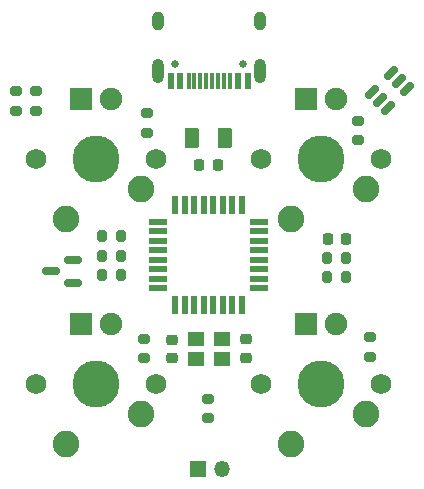
<source format=gbs>
G04 #@! TF.GenerationSoftware,KiCad,Pcbnew,(6.0.0)*
G04 #@! TF.CreationDate,2022-01-14T23:04:14+01:00*
G04 #@! TF.ProjectId,pos,706f732e-6b69-4636-9164-5f7063625858,rev?*
G04 #@! TF.SameCoordinates,Original*
G04 #@! TF.FileFunction,Soldermask,Bot*
G04 #@! TF.FilePolarity,Negative*
%FSLAX46Y46*%
G04 Gerber Fmt 4.6, Leading zero omitted, Abs format (unit mm)*
G04 Created by KiCad (PCBNEW (6.0.0)) date 2022-01-14 23:04:14*
%MOMM*%
%LPD*%
G01*
G04 APERTURE LIST*
G04 Aperture macros list*
%AMRoundRect*
0 Rectangle with rounded corners*
0 $1 Rounding radius*
0 $2 $3 $4 $5 $6 $7 $8 $9 X,Y pos of 4 corners*
0 Add a 4 corners polygon primitive as box body*
4,1,4,$2,$3,$4,$5,$6,$7,$8,$9,$2,$3,0*
0 Add four circle primitives for the rounded corners*
1,1,$1+$1,$2,$3*
1,1,$1+$1,$4,$5*
1,1,$1+$1,$6,$7*
1,1,$1+$1,$8,$9*
0 Add four rect primitives between the rounded corners*
20,1,$1+$1,$2,$3,$4,$5,0*
20,1,$1+$1,$4,$5,$6,$7,0*
20,1,$1+$1,$6,$7,$8,$9,0*
20,1,$1+$1,$8,$9,$2,$3,0*%
G04 Aperture macros list end*
%ADD10R,1.350000X1.350000*%
%ADD11O,1.350000X1.350000*%
%ADD12C,1.750000*%
%ADD13C,3.987800*%
%ADD14C,2.250000*%
%ADD15C,1.905000*%
%ADD16R,1.905000X1.905000*%
%ADD17RoundRect,0.225000X0.225000X0.250000X-0.225000X0.250000X-0.225000X-0.250000X0.225000X-0.250000X0*%
%ADD18RoundRect,0.225000X-0.225000X-0.250000X0.225000X-0.250000X0.225000X0.250000X-0.225000X0.250000X0*%
%ADD19RoundRect,0.250000X0.375000X0.625000X-0.375000X0.625000X-0.375000X-0.625000X0.375000X-0.625000X0*%
%ADD20RoundRect,0.200000X0.275000X-0.200000X0.275000X0.200000X-0.275000X0.200000X-0.275000X-0.200000X0*%
%ADD21RoundRect,0.200000X0.200000X0.275000X-0.200000X0.275000X-0.200000X-0.275000X0.200000X-0.275000X0*%
%ADD22RoundRect,0.200000X-0.200000X-0.275000X0.200000X-0.275000X0.200000X0.275000X-0.200000X0.275000X0*%
%ADD23R,0.550000X1.600000*%
%ADD24R,1.600000X0.550000*%
%ADD25RoundRect,0.150000X-0.256326X-0.468458X0.468458X0.256326X0.256326X0.468458X-0.468458X-0.256326X0*%
%ADD26C,0.650000*%
%ADD27R,0.600000X1.450000*%
%ADD28R,0.300000X1.450000*%
%ADD29O,1.000000X1.600000*%
%ADD30O,1.000000X2.100000*%
%ADD31RoundRect,0.150000X0.587500X0.150000X-0.587500X0.150000X-0.587500X-0.150000X0.587500X-0.150000X0*%
%ADD32RoundRect,0.225000X-0.250000X0.225000X-0.250000X-0.225000X0.250000X-0.225000X0.250000X0.225000X0*%
%ADD33RoundRect,0.225000X0.250000X-0.225000X0.250000X0.225000X-0.250000X0.225000X-0.250000X-0.225000X0*%
%ADD34R,1.400000X1.200000*%
G04 APERTURE END LIST*
D10*
X143573500Y-120713500D03*
D11*
X145573500Y-120713500D03*
D12*
X129857500Y-94456250D03*
D13*
X134937500Y-94456250D03*
D12*
X140017500Y-94456250D03*
D14*
X138747500Y-96996250D03*
X132397500Y-99536250D03*
D15*
X136207500Y-89376250D03*
D16*
X133667500Y-89376250D03*
D13*
X153987500Y-94456250D03*
D12*
X159067500Y-94456250D03*
X148907500Y-94456250D03*
D14*
X157797500Y-96996250D03*
X151447500Y-99536250D03*
D15*
X155257500Y-89376250D03*
D16*
X152717500Y-89376250D03*
D13*
X134937500Y-113506250D03*
D12*
X140017500Y-113506250D03*
X129857500Y-113506250D03*
D14*
X138747500Y-116046250D03*
X132397500Y-118586250D03*
D15*
X136207500Y-108426250D03*
D16*
X133667500Y-108426250D03*
D12*
X148907500Y-113506250D03*
D13*
X153987500Y-113506250D03*
D12*
X159067500Y-113506250D03*
D14*
X157797500Y-116046250D03*
X151447500Y-118586250D03*
D15*
X155257500Y-108426250D03*
D16*
X152717500Y-108426250D03*
D17*
X145237500Y-94932500D03*
X143687500Y-94932500D03*
D18*
X154546000Y-101219000D03*
X156096000Y-101219000D03*
D19*
X145862500Y-92646500D03*
X143062500Y-92646500D03*
D20*
X129857500Y-90360000D03*
X129857500Y-88710000D03*
X128143000Y-90360000D03*
X128143000Y-88710000D03*
D21*
X156146000Y-102806500D03*
X154496000Y-102806500D03*
X156146000Y-104394000D03*
X154496000Y-104394000D03*
D22*
X135446000Y-100965000D03*
X137096000Y-100965000D03*
D20*
X144462500Y-116395000D03*
X144462500Y-114745000D03*
X139255500Y-92201500D03*
X139255500Y-90551500D03*
D23*
X147262500Y-106802500D03*
X146462500Y-106802500D03*
X145662500Y-106802500D03*
X144862500Y-106802500D03*
X144062500Y-106802500D03*
X143262500Y-106802500D03*
X142462500Y-106802500D03*
X141662500Y-106802500D03*
D24*
X140212500Y-105352500D03*
X140212500Y-104552500D03*
X140212500Y-103752500D03*
X140212500Y-102952500D03*
X140212500Y-102152500D03*
X140212500Y-101352500D03*
X140212500Y-100552500D03*
X140212500Y-99752500D03*
D23*
X141662500Y-98302500D03*
X142462500Y-98302500D03*
X143262500Y-98302500D03*
X144062500Y-98302500D03*
X144862500Y-98302500D03*
X145662500Y-98302500D03*
X146462500Y-98302500D03*
X147262500Y-98302500D03*
D24*
X148712500Y-99752500D03*
X148712500Y-100552500D03*
X148712500Y-101352500D03*
X148712500Y-102152500D03*
X148712500Y-102952500D03*
X148712500Y-103752500D03*
X148712500Y-104552500D03*
X148712500Y-105352500D03*
D25*
X159644348Y-90101151D03*
X158972597Y-89429400D03*
X158300846Y-88757649D03*
X159909514Y-87148981D03*
X160581265Y-87820732D03*
X161253016Y-88492483D03*
D26*
X141636000Y-86420000D03*
X147416000Y-86420000D03*
D27*
X141276000Y-87865000D03*
X142076000Y-87865000D03*
D28*
X143276000Y-87865000D03*
X144276000Y-87865000D03*
X144776000Y-87865000D03*
X145776000Y-87865000D03*
D27*
X146976000Y-87865000D03*
X147776000Y-87865000D03*
X147776000Y-87865000D03*
X146976000Y-87865000D03*
D28*
X146276000Y-87865000D03*
X145276000Y-87865000D03*
X143776000Y-87865000D03*
X142776000Y-87865000D03*
D27*
X142076000Y-87865000D03*
X141276000Y-87865000D03*
D29*
X140206000Y-82770000D03*
D30*
X148846000Y-86950000D03*
D29*
X148846000Y-82770000D03*
D30*
X140206000Y-86950000D03*
D31*
X133017500Y-102999500D03*
X133017500Y-104899500D03*
X131142500Y-103949500D03*
D21*
X137096000Y-102616000D03*
X135446000Y-102616000D03*
D22*
X135446000Y-104267000D03*
X137096000Y-104267000D03*
D20*
X157162500Y-92836500D03*
X157162500Y-91186500D03*
X139001500Y-111315000D03*
X139001500Y-109665000D03*
X158115000Y-111188000D03*
X158115000Y-109538000D03*
D32*
X141351000Y-109726991D03*
X141351000Y-111276991D03*
D33*
X147637500Y-111265000D03*
X147637500Y-109715000D03*
D34*
X145589702Y-111376490D03*
X143389702Y-111376490D03*
X143389702Y-109676490D03*
X145589702Y-109676490D03*
M02*

</source>
